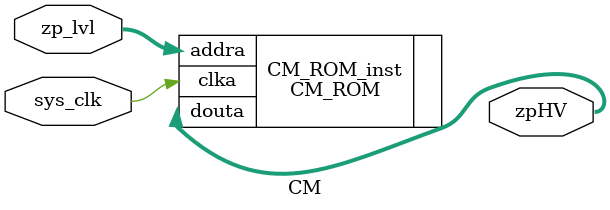
<source format=sv>
`timescale 100ps/100ps
module CM 
#(
    parameter Dpl = 16'd8
)
(
    input wire       sys_clk,
    input wire [1:0] zp_lvl,

    output wire [Dpl-1:0] zpHV
);

CM_ROM CM_ROM_inst
(
    .clka(sys_clk),
    .addra(zp_lvl),
    .douta(zpHV)
);
    
endmodule
</source>
